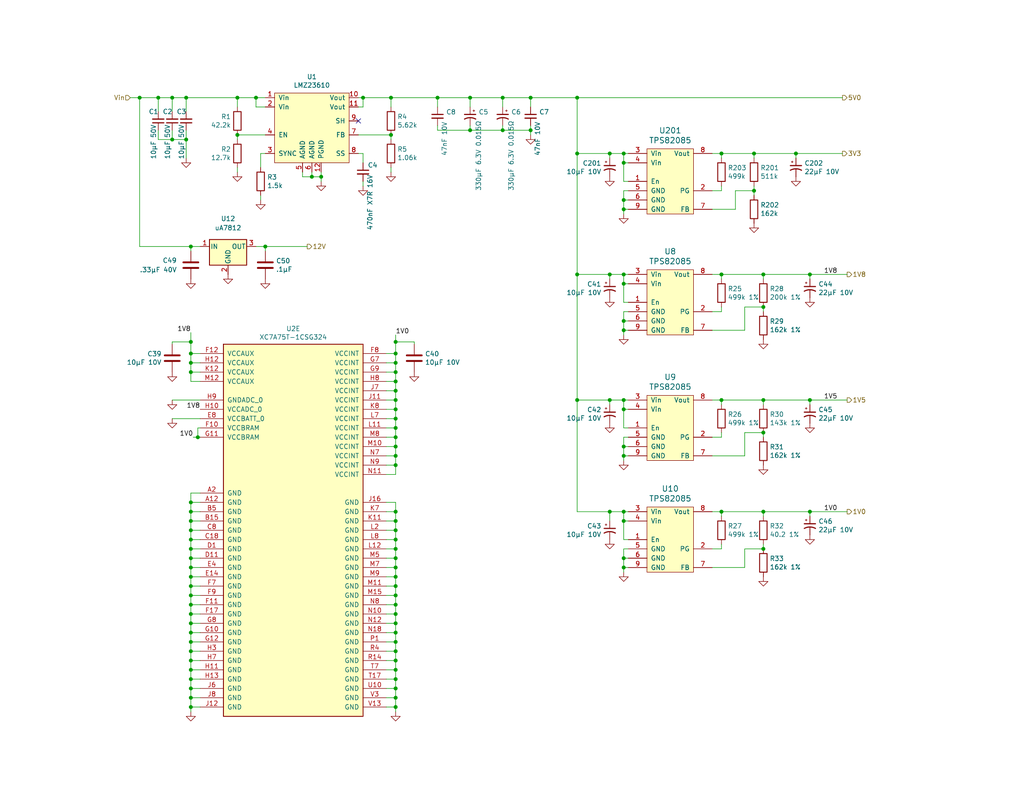
<source format=kicad_sch>
(kicad_sch (version 20211123) (generator eeschema)
  (paper "A")
  (title_block (title "Power") (date "2022-01-11") (rev "${Version}") (company "RetroComputing Reproductions") (comment 1 "Calculate R values on LMZ23610"))
  (junction (at 107.95 127))
  (junction (at 170.18 152.4))
  (junction (at 166.37 139.7))
  (junction (at 119.38 26.67))
  (junction (at 208.28 74.93))
  (junction (at 87.63 48.26))
  (junction (at 52.07 180.34))
  (junction (at 170.18 111.76))
  (junction (at 52.07 182.88))
  (junction (at 52.07 139.7))
  (junction (at 46.99 26.67))
  (junction (at 196.85 74.93))
  (junction (at 52.07 160.02))
  (junction (at 208.28 83.82))
  (junction (at 107.95 177.8))
  (junction (at 107.95 187.96))
  (junction (at 208.28 118.11))
  (junction (at 38.1 26.67))
  (junction (at 72.39 67.31))
  (junction (at 107.95 101.6))
  (junction (at 107.95 162.56))
  (junction (at 107.95 147.32))
  (junction (at 107.95 111.76))
  (junction (at 107.95 157.48))
  (junction (at 99.06 26.67))
  (junction (at 52.07 152.4))
  (junction (at 107.95 109.22))
  (junction (at 107.95 116.84))
  (junction (at 107.95 93.345))
  (junction (at 53.975 119.38))
  (junction (at 157.48 109.22))
  (junction (at 107.95 193.04))
  (junction (at 128.27 35.56))
  (junction (at 220.98 139.7))
  (junction (at 52.07 67.31))
  (junction (at 52.07 167.64))
  (junction (at 50.8 38.1))
  (junction (at 128.27 26.67))
  (junction (at 170.18 154.94))
  (junction (at 52.07 93.345))
  (junction (at 157.48 41.91))
  (junction (at 107.95 170.18))
  (junction (at 52.07 137.16))
  (junction (at 205.74 41.91))
  (junction (at 107.95 185.42))
  (junction (at 217.17 41.91))
  (junction (at 69.85 26.67))
  (junction (at 170.18 124.46))
  (junction (at 107.95 124.46))
  (junction (at 52.07 165.1))
  (junction (at 52.07 149.86))
  (junction (at 64.77 36.83))
  (junction (at 107.95 167.64))
  (junction (at 107.95 165.1))
  (junction (at 52.07 193.04))
  (junction (at 137.16 26.67))
  (junction (at 52.07 99.06))
  (junction (at 137.16 35.56))
  (junction (at 52.07 101.6))
  (junction (at 107.95 139.7))
  (junction (at 196.85 139.7))
  (junction (at 170.18 139.7))
  (junction (at 52.07 172.72))
  (junction (at 107.95 119.38))
  (junction (at 52.07 185.42))
  (junction (at 107.95 114.3))
  (junction (at 106.68 36.83))
  (junction (at 43.18 26.67))
  (junction (at 205.74 52.07))
  (junction (at 170.18 109.22))
  (junction (at 52.07 142.24))
  (junction (at 52.07 144.78))
  (junction (at 220.98 109.22))
  (junction (at 107.95 175.26))
  (junction (at 107.95 142.24))
  (junction (at 52.07 175.26))
  (junction (at 52.07 96.52))
  (junction (at 144.78 26.67))
  (junction (at 52.07 190.5))
  (junction (at 170.18 77.47))
  (junction (at 157.48 26.67))
  (junction (at 107.95 96.52))
  (junction (at 107.95 154.94))
  (junction (at 50.8 26.67))
  (junction (at 170.18 44.45))
  (junction (at 220.98 74.93))
  (junction (at 166.37 109.22))
  (junction (at 166.37 74.93))
  (junction (at 46.99 38.1))
  (junction (at 170.18 57.15))
  (junction (at 106.68 26.67))
  (junction (at 170.18 142.24))
  (junction (at 85.09 48.26))
  (junction (at 107.95 160.02))
  (junction (at 107.95 180.34))
  (junction (at 196.85 109.22))
  (junction (at 107.95 149.86))
  (junction (at 107.95 106.68))
  (junction (at 208.28 109.22))
  (junction (at 52.07 162.56))
  (junction (at 170.18 54.61))
  (junction (at 170.18 74.93))
  (junction (at 170.18 90.17))
  (junction (at 170.18 41.91))
  (junction (at 144.78 35.56))
  (junction (at 107.95 152.4))
  (junction (at 208.28 139.7))
  (junction (at 52.07 170.18))
  (junction (at 107.95 104.14))
  (junction (at 208.28 149.86))
  (junction (at 107.95 144.78))
  (junction (at 107.95 172.72))
  (junction (at 107.95 121.92))
  (junction (at 157.48 74.93))
  (junction (at 166.37 41.91))
  (junction (at 52.07 187.96))
  (junction (at 52.07 157.48))
  (junction (at 107.95 99.06))
  (junction (at 52.07 177.8))
  (junction (at 64.77 26.67))
  (junction (at 107.95 182.88))
  (junction (at 170.18 121.92))
  (junction (at 170.18 87.63))
  (junction (at 52.07 154.94))
  (junction (at 107.95 190.5))
  (junction (at 196.85 41.91))
  (junction (at 52.07 147.32))
  (no_connect (at 97.79 33.02))
  (wire (pts (xy 64.77 46.99) (xy 64.77 45.72)))
  (wire (pts (xy 105.41 137.16) (xy 107.95 137.16)))
  (wire (pts (xy 52.07 144.78) (xy 52.07 147.32)))
  (wire (pts (xy 208.28 118.11) (xy 203.2 118.11)))
  (wire (pts (xy 54.61 182.88) (xy 52.07 182.88)))
  (wire (pts (xy 38.1 26.67) (xy 43.18 26.67)))
  (wire (pts (xy 54.61 157.48) (xy 52.07 157.48)))
  (wire (pts (xy 107.95 167.64) (xy 107.95 170.18)))
  (wire (pts (xy 166.37 110.49) (xy 166.37 109.22)))
  (wire (pts (xy 105.41 121.92) (xy 107.95 121.92)))
  (wire (pts (xy 38.1 67.31) (xy 52.07 67.31)))
  (wire (pts (xy 171.45 142.24) (xy 170.18 142.24)))
  (wire (pts (xy 43.18 26.67) (xy 46.99 26.67)))
  (wire (pts (xy 54.61 119.38) (xy 53.975 119.38)))
  (wire (pts (xy 54.61 147.32) (xy 52.07 147.32)))
  (wire (pts (xy 105.41 187.96) (xy 107.95 187.96)))
  (wire (pts (xy 46.99 93.98) (xy 46.99 93.345)))
  (wire (pts (xy 194.31 57.15) (xy 200.66 57.15)))
  (wire (pts (xy 105.41 157.48) (xy 107.95 157.48)))
  (wire (pts (xy 52.07 137.16) (xy 52.07 139.7)))
  (wire (pts (xy 208.28 119.38) (xy 208.28 118.11)))
  (wire (pts (xy 170.18 41.91) (xy 171.45 41.91)))
  (wire (pts (xy 166.37 43.18) (xy 166.37 41.91)))
  (wire (pts (xy 170.18 109.22) (xy 171.45 109.22)))
  (wire (pts (xy 50.8 26.67) (xy 64.77 26.67)))
  (wire (pts (xy 171.45 57.15) (xy 170.18 57.15)))
  (wire (pts (xy 54.61 142.24) (xy 52.07 142.24)))
  (wire (pts (xy 99.06 41.91) (xy 99.06 44.45)))
  (wire (pts (xy 105.41 119.38) (xy 107.95 119.38)))
  (wire (pts (xy 107.95 127) (xy 107.95 129.54)))
  (wire (pts (xy 105.41 180.34) (xy 107.95 180.34)))
  (wire (pts (xy 52.07 162.56) (xy 52.07 165.1)))
  (wire (pts (xy 105.41 104.14) (xy 107.95 104.14)))
  (wire (pts (xy 170.18 142.24) (xy 170.18 139.7)))
  (wire (pts (xy 105.41 116.84) (xy 107.95 116.84)))
  (wire (pts (xy 52.07 142.24) (xy 52.07 144.78)))
  (wire (pts (xy 105.41 160.02) (xy 107.95 160.02)))
  (wire (pts (xy 54.61 177.8) (xy 52.07 177.8)))
  (wire (pts (xy 54.61 96.52) (xy 52.07 96.52)))
  (wire (pts (xy 157.48 139.7) (xy 166.37 139.7)))
  (wire (pts (xy 46.99 26.67) (xy 50.8 26.67)))
  (wire (pts (xy 170.18 119.38) (xy 171.45 119.38)))
  (wire (pts (xy 205.74 53.34) (xy 205.74 52.07)))
  (wire (pts (xy 170.18 91.44) (xy 170.18 90.17)))
  (wire (pts (xy 170.18 44.45) (xy 170.18 41.91)))
  (wire (pts (xy 107.95 187.96) (xy 107.95 190.5)))
  (wire (pts (xy 54.61 193.04) (xy 52.07 193.04)))
  (wire (pts (xy 208.28 109.22) (xy 220.98 109.22)))
  (wire (pts (xy 53.975 119.38) (xy 53.975 116.84)))
  (wire (pts (xy 170.18 58.42) (xy 170.18 57.15)))
  (wire (pts (xy 69.85 67.31) (xy 72.39 67.31)))
  (wire (pts (xy 107.95 144.78) (xy 107.95 147.32)))
  (wire (pts (xy 217.17 41.91) (xy 229.87 41.91)))
  (wire (pts (xy 171.45 90.17) (xy 170.18 90.17)))
  (wire (pts (xy 107.95 106.68) (xy 107.95 109.22)))
  (wire (pts (xy 105.41 127) (xy 107.95 127)))
  (wire (pts (xy 52.07 190.5) (xy 52.07 193.04)))
  (wire (pts (xy 170.18 154.94) (xy 170.18 152.4)))
  (wire (pts (xy 205.74 52.07) (xy 205.74 50.8)))
  (wire (pts (xy 208.28 149.86) (xy 203.2 149.86)))
  (wire (pts (xy 170.18 139.7) (xy 166.37 139.7)))
  (wire (pts (xy 50.8 38.1) (xy 46.99 38.1)))
  (wire (pts (xy 171.45 154.94) (xy 170.18 154.94)))
  (wire (pts (xy 208.28 140.97) (xy 208.28 139.7)))
  (wire (pts (xy 113.03 93.345) (xy 107.95 93.345)))
  (wire (pts (xy 170.18 77.47) (xy 170.18 74.93)))
  (wire (pts (xy 52.07 137.16) (xy 52.07 134.62)))
  (wire (pts (xy 54.61 99.06) (xy 52.07 99.06)))
  (wire (pts (xy 144.78 35.56) (xy 144.78 34.29)))
  (wire (pts (xy 157.48 41.91) (xy 157.48 74.93)))
  (wire (pts (xy 196.85 43.18) (xy 196.85 41.91)))
  (wire (pts (xy 170.18 139.7) (xy 171.45 139.7)))
  (wire (pts (xy 105.41 139.7) (xy 107.95 139.7)))
  (wire (pts (xy 144.78 29.21) (xy 144.78 26.67)))
  (wire (pts (xy 208.28 74.93) (xy 220.98 74.93)))
  (wire (pts (xy 52.07 165.1) (xy 52.07 167.64)))
  (wire (pts (xy 170.18 74.93) (xy 166.37 74.93)))
  (wire (pts (xy 157.48 109.22) (xy 157.48 139.7)))
  (wire (pts (xy 137.16 29.21) (xy 137.16 26.67)))
  (wire (pts (xy 54.61 160.02) (xy 52.07 160.02)))
  (wire (pts (xy 170.18 149.86) (xy 171.45 149.86)))
  (wire (pts (xy 203.2 83.82) (xy 208.28 83.82)))
  (wire (pts (xy 220.98 109.22) (xy 231.14 109.22)))
  (wire (pts (xy 52.07 193.04) (xy 52.07 194.31)))
  (wire (pts (xy 220.98 110.49) (xy 220.98 109.22)))
  (wire (pts (xy 107.95 185.42) (xy 107.95 187.96)))
  (wire (pts (xy 52.07 157.48) (xy 52.07 160.02)))
  (wire (pts (xy 52.07 187.96) (xy 52.07 190.5)))
  (wire (pts (xy 46.99 114.3) (xy 54.61 114.3)))
  (wire (pts (xy 119.38 35.56) (xy 128.27 35.56)))
  (wire (pts (xy 52.07 68.58) (xy 52.07 67.31)))
  (wire (pts (xy 170.18 109.22) (xy 166.37 109.22)))
  (wire (pts (xy 196.85 149.86) (xy 196.85 148.59)))
  (wire (pts (xy 171.45 124.46) (xy 170.18 124.46)))
  (wire (pts (xy 107.95 137.16) (xy 107.95 139.7)))
  (wire (pts (xy 105.41 149.86) (xy 107.95 149.86)))
  (wire (pts (xy 54.61 162.56) (xy 52.07 162.56)))
  (wire (pts (xy 54.61 185.42) (xy 52.07 185.42)))
  (wire (pts (xy 194.31 149.86) (xy 196.85 149.86)))
  (wire (pts (xy 203.2 149.86) (xy 203.2 154.94)))
  (wire (pts (xy 106.68 38.1) (xy 106.68 36.83)))
  (wire (pts (xy 171.45 116.84) (xy 170.18 116.84)))
  (wire (pts (xy 107.95 175.26) (xy 107.95 177.8)))
  (wire (pts (xy 170.18 124.46) (xy 170.18 121.92)))
  (wire (pts (xy 52.07 185.42) (xy 52.07 187.96)))
  (wire (pts (xy 97.79 29.21) (xy 99.06 29.21)))
  (wire (pts (xy 107.95 170.18) (xy 107.95 172.72)))
  (wire (pts (xy 54.61 190.5) (xy 52.07 190.5)))
  (wire (pts (xy 196.85 119.38) (xy 196.85 118.11)))
  (wire (pts (xy 157.48 109.22) (xy 166.37 109.22)))
  (wire (pts (xy 170.18 152.4) (xy 170.18 149.86)))
  (wire (pts (xy 107.95 149.86) (xy 107.95 152.4)))
  (wire (pts (xy 54.61 101.6) (xy 52.07 101.6)))
  (wire (pts (xy 52.07 101.6) (xy 52.07 104.14)))
  (wire (pts (xy 170.18 85.09) (xy 171.45 85.09)))
  (wire (pts (xy 46.99 30.48) (xy 46.99 26.67)))
  (wire (pts (xy 107.95 121.92) (xy 107.95 124.46)))
  (wire (pts (xy 107.95 147.32) (xy 107.95 149.86)))
  (wire (pts (xy 87.63 49.53) (xy 87.63 48.26)))
  (wire (pts (xy 99.06 50.8) (xy 99.06 49.53)))
  (wire (pts (xy 52.07 180.34) (xy 52.07 182.88)))
  (wire (pts (xy 85.09 48.26) (xy 87.63 48.26)))
  (wire (pts (xy 107.95 111.76) (xy 107.95 114.3)))
  (wire (pts (xy 97.79 26.67) (xy 99.06 26.67)))
  (wire (pts (xy 52.07 147.32) (xy 52.07 149.86)))
  (wire (pts (xy 203.2 124.46) (xy 194.31 124.46)))
  (wire (pts (xy 171.45 44.45) (xy 170.18 44.45)))
  (wire (pts (xy 107.95 182.88) (xy 107.95 185.42)))
  (wire (pts (xy 50.8 35.56) (xy 50.8 38.1)))
  (wire (pts (xy 170.18 87.63) (xy 170.18 85.09)))
  (wire (pts (xy 107.95 157.48) (xy 107.95 160.02)))
  (wire (pts (xy 105.41 144.78) (xy 107.95 144.78)))
  (wire (pts (xy 85.09 48.26) (xy 85.09 46.99)))
  (wire (pts (xy 107.95 193.04) (xy 107.95 194.31)))
  (wire (pts (xy 52.07 104.14) (xy 54.61 104.14)))
  (wire (pts (xy 166.37 142.24) (xy 166.37 139.7)))
  (wire (pts (xy 220.98 140.97) (xy 220.98 139.7)))
  (wire (pts (xy 220.98 74.93) (xy 231.14 74.93)))
  (wire (pts (xy 54.61 167.64) (xy 52.07 167.64)))
  (wire (pts (xy 107.95 165.1) (xy 107.95 167.64)))
  (wire (pts (xy 107.95 162.56) (xy 107.95 165.1)))
  (wire (pts (xy 52.07 134.62) (xy 54.61 134.62)))
  (wire (pts (xy 194.31 119.38) (xy 196.85 119.38)))
  (wire (pts (xy 54.61 172.72) (xy 52.07 172.72)))
  (wire (pts (xy 69.85 26.67) (xy 69.85 29.21)))
  (wire (pts (xy 52.07 149.86) (xy 52.07 152.4)))
  (wire (pts (xy 54.61 152.4) (xy 52.07 152.4)))
  (wire (pts (xy 46.99 35.56) (xy 46.99 38.1)))
  (wire (pts (xy 106.68 46.99) (xy 106.68 45.72)))
  (wire (pts (xy 52.07 152.4) (xy 52.07 154.94)))
  (wire (pts (xy 87.63 48.26) (xy 87.63 46.99)))
  (wire (pts (xy 52.07 93.345) (xy 52.07 96.52)))
  (wire (pts (xy 107.95 116.84) (xy 107.95 119.38)))
  (wire (pts (xy 106.68 26.67) (xy 119.38 26.67)))
  (wire (pts (xy 119.38 26.67) (xy 128.27 26.67)))
  (wire (pts (xy 54.61 149.86) (xy 52.07 149.86)))
  (wire (pts (xy 171.45 54.61) (xy 170.18 54.61)))
  (wire (pts (xy 200.66 57.15) (xy 200.66 52.07)))
  (wire (pts (xy 107.95 139.7) (xy 107.95 142.24)))
  (wire (pts (xy 217.17 43.18) (xy 217.17 41.91)))
  (wire (pts (xy 137.16 34.29) (xy 137.16 35.56)))
  (wire (pts (xy 72.39 36.83) (xy 64.77 36.83)))
  (wire (pts (xy 128.27 26.67) (xy 137.16 26.67)))
  (wire (pts (xy 99.06 26.67) (xy 106.68 26.67)))
  (wire (pts (xy 196.85 41.91) (xy 205.74 41.91)))
  (wire (pts (xy 54.61 116.84) (xy 53.975 116.84)))
  (wire (pts (xy 52.07 154.94) (xy 52.07 157.48)))
  (wire (pts (xy 43.18 38.1) (xy 43.18 35.56)))
  (wire (pts (xy 196.85 139.7) (xy 208.28 139.7)))
  (wire (pts (xy 69.85 29.21) (xy 72.39 29.21)))
  (wire (pts (xy 194.31 52.07) (xy 196.85 52.07)))
  (wire (pts (xy 52.07 182.88) (xy 52.07 185.42)))
  (wire (pts (xy 105.41 142.24) (xy 107.95 142.24)))
  (wire (pts (xy 171.45 152.4) (xy 170.18 152.4)))
  (wire (pts (xy 105.41 175.26) (xy 107.95 175.26)))
  (wire (pts (xy 107.95 142.24) (xy 107.95 144.78)))
  (wire (pts (xy 64.77 26.67) (xy 64.77 29.21)))
  (wire (pts (xy 171.45 77.47) (xy 170.18 77.47)))
  (wire (pts (xy 105.41 152.4) (xy 107.95 152.4)))
  (wire (pts (xy 54.61 165.1) (xy 52.07 165.1)))
  (wire (pts (xy 128.27 29.21) (xy 128.27 26.67)))
  (wire (pts (xy 105.41 114.3) (xy 107.95 114.3)))
  (wire (pts (xy 157.48 74.93) (xy 157.48 109.22)))
  (wire (pts (xy 107.95 177.8) (xy 107.95 180.34)))
  (wire (pts (xy 64.77 26.67) (xy 69.85 26.67)))
  (wire (pts (xy 105.41 99.06) (xy 107.95 99.06)))
  (wire (pts (xy 105.41 154.94) (xy 107.95 154.94)))
  (wire (pts (xy 144.78 35.56) (xy 137.16 35.56)))
  (wire (pts (xy 107.95 119.38) (xy 107.95 121.92)))
  (wire (pts (xy 119.38 34.29) (xy 119.38 35.56)))
  (wire (pts (xy 50.8 30.48) (xy 50.8 26.67)))
  (wire (pts (xy 107.95 99.06) (xy 107.95 101.6)))
  (wire (pts (xy 52.07 167.64) (xy 52.07 170.18)))
  (wire (pts (xy 144.78 36.83) (xy 144.78 35.56)))
  (wire (pts (xy 196.85 85.09) (xy 194.31 85.09)))
  (wire (pts (xy 43.18 30.48) (xy 43.18 26.67)))
  (wire (pts (xy 105.41 182.88) (xy 107.95 182.88)))
  (wire (pts (xy 194.31 90.17) (xy 203.2 90.17)))
  (wire (pts (xy 170.18 41.91) (xy 166.37 41.91)))
  (wire (pts (xy 97.79 41.91) (xy 99.06 41.91)))
  (wire (pts (xy 72.39 67.31) (xy 72.39 68.58)))
  (wire (pts (xy 144.78 26.67) (xy 157.48 26.67)))
  (wire (pts (xy 105.41 190.5) (xy 107.95 190.5)))
  (wire (pts (xy 82.55 48.26) (xy 85.09 48.26)))
  (wire (pts (xy 170.18 147.32) (xy 170.18 142.24)))
  (wire (pts (xy 82.55 46.99) (xy 82.55 48.26)))
  (wire (pts (xy 107.95 190.5) (xy 107.95 193.04)))
  (wire (pts (xy 196.85 74.93) (xy 196.85 76.2)))
  (wire (pts (xy 171.45 111.76) (xy 170.18 111.76)))
  (wire (pts (xy 203.2 118.11) (xy 203.2 124.46)))
  (wire (pts (xy 46.99 109.22) (xy 54.61 109.22)))
  (wire (pts (xy 170.18 116.84) (xy 170.18 111.76)))
  (wire (pts (xy 220.98 139.7) (xy 231.14 139.7)))
  (wire (pts (xy 113.03 93.98) (xy 113.03 93.345)))
  (wire (pts (xy 170.18 90.17) (xy 170.18 87.63)))
  (wire (pts (xy 196.85 109.22) (xy 196.85 110.49)))
  (wire (pts (xy 105.41 185.42) (xy 107.95 185.42)))
  (wire (pts (xy 52.705 119.38) (xy 53.975 119.38)))
  (wire (pts (xy 107.95 154.94) (xy 107.95 157.48)))
  (wire (pts (xy 105.41 129.54) (xy 107.95 129.54)))
  (wire (pts (xy 50.8 43.18) (xy 50.8 38.1)))
  (wire (pts (xy 166.37 76.2) (xy 166.37 74.93)))
  (wire (pts (xy 105.41 109.22) (xy 107.95 109.22)))
  (wire (pts (xy 105.41 193.04) (xy 107.95 193.04)))
  (wire (pts (xy 54.61 187.96) (xy 52.07 187.96)))
  (wire (pts (xy 72.39 67.31) (xy 83.82 67.31)))
  (wire (pts (xy 137.16 35.56) (xy 128.27 35.56)))
  (wire (pts (xy 194.31 139.7) (xy 196.85 139.7)))
  (wire (pts (xy 52.07 177.8) (xy 52.07 180.34)))
  (wire (pts (xy 107.95 91.44) (xy 107.95 93.345)))
  (wire (pts (xy 38.1 26.67) (xy 38.1 67.31)))
  (wire (pts (xy 105.41 106.68) (xy 107.95 106.68)))
  (wire (pts (xy 107.95 93.345) (xy 107.95 96.52)))
  (wire (pts (xy 71.12 41.91) (xy 72.39 41.91)))
  (wire (pts (xy 170.18 74.93) (xy 171.45 74.93)))
  (wire (pts (xy 196.85 109.22) (xy 208.28 109.22)))
  (wire (pts (xy 107.95 172.72) (xy 107.95 175.26)))
  (wire (pts (xy 171.45 49.53) (xy 170.18 49.53)))
  (wire (pts (xy 208.28 85.09) (xy 208.28 83.82)))
  (wire (pts (xy 52.07 96.52) (xy 52.07 99.06)))
  (wire (pts (xy 46.99 38.1) (xy 43.18 38.1)))
  (wire (pts (xy 208.28 76.2) (xy 208.28 74.93)))
  (wire (pts (xy 97.79 36.83) (xy 106.68 36.83)))
  (wire (pts (xy 170.18 111.76) (xy 170.18 109.22)))
  (wire (pts (xy 171.45 82.55) (xy 170.18 82.55)))
  (wire (pts (xy 137.16 26.67) (xy 144.78 26.67)))
  (wire (pts (xy 157.48 41.91) (xy 166.37 41.91)))
  (wire (pts (xy 71.12 45.72) (xy 71.12 41.91)))
  (wire (pts (xy 52.07 172.72) (xy 52.07 175.26)))
  (wire (pts (xy 203.2 90.17) (xy 203.2 83.82)))
  (wire (pts (xy 170.18 54.61) (xy 170.18 52.07)))
  (wire (pts (xy 208.28 149.86) (xy 208.28 148.59)))
  (wire (pts (xy 105.41 96.52) (xy 107.95 96.52)))
  (wire (pts (xy 107.95 101.6) (xy 107.95 104.14)))
  (wire (pts (xy 194.31 109.22) (xy 196.85 109.22)))
  (wire (pts (xy 170.18 52.07) (xy 171.45 52.07)))
  (wire (pts (xy 105.41 167.64) (xy 107.95 167.64)))
  (wire (pts (xy 170.18 156.21) (xy 170.18 154.94)))
  (wire (pts (xy 170.18 121.92) (xy 170.18 119.38)))
  (wire (pts (xy 196.85 52.07) (xy 196.85 50.8)))
  (wire (pts (xy 54.61 137.16) (xy 52.07 137.16)))
  (wire (pts (xy 107.95 160.02) (xy 107.95 162.56)))
  (wire (pts (xy 208.28 110.49) (xy 208.28 109.22)))
  (wire (pts (xy 194.31 41.91) (xy 196.85 41.91)))
  (wire (pts (xy 54.61 175.26) (xy 52.07 175.26)))
  (wire (pts (xy 69.85 26.67) (xy 72.39 26.67)))
  (wire (pts (xy 105.41 177.8) (xy 107.95 177.8)))
  (wire (pts (xy 46.99 93.345) (xy 52.07 93.345)))
  (wire (pts (xy 54.61 154.94) (xy 52.07 154.94)))
  (wire (pts (xy 200.66 52.07) (xy 205.74 52.07)))
  (wire (pts (xy 157.48 74.93) (xy 166.37 74.93)))
  (wire (pts (xy 105.41 165.1) (xy 107.95 165.1)))
  (wire (pts (xy 99.06 29.21) (xy 99.06 26.67)))
  (wire (pts (xy 205.74 41.91) (xy 217.17 41.91)))
  (wire (pts (xy 171.45 87.63) (xy 170.18 87.63)))
  (wire (pts (xy 208.28 139.7) (xy 220.98 139.7)))
  (wire (pts (xy 54.61 139.7) (xy 52.07 139.7)))
  (wire (pts (xy 64.77 36.83) (xy 64.77 38.1)))
  (wire (pts (xy 107.95 96.52) (xy 107.95 99.06)))
  (wire (pts (xy 196.85 139.7) (xy 196.85 140.97)))
  (wire (pts (xy 157.48 26.67) (xy 157.48 41.91)))
  (wire (pts (xy 194.31 74.93) (xy 196.85 74.93)))
  (wire (pts (xy 54.61 180.34) (xy 52.07 180.34)))
  (wire (pts (xy 203.2 154.94) (xy 194.31 154.94)))
  (wire (pts (xy 170.18 125.73) (xy 170.18 124.46)))
  (wire (pts (xy 35.56 26.67) (xy 38.1 26.67)))
  (wire (pts (xy 196.85 74.93) (xy 208.28 74.93)))
  (wire (pts (xy 52.07 90.805) (xy 52.07 93.345)))
  (wire (pts (xy 107.95 180.34) (xy 107.95 182.88)))
  (wire (pts (xy 128.27 35.56) (xy 128.27 34.29)))
  (wire (pts (xy 170.18 49.53) (xy 170.18 44.45)))
  (wire (pts (xy 105.41 101.6) (xy 107.95 101.6)))
  (wire (pts (xy 105.41 162.56) (xy 107.95 162.56)))
  (wire (pts (xy 119.38 29.21) (xy 119.38 26.67)))
  (wire (pts (xy 105.41 147.32) (xy 107.95 147.32)))
  (wire (pts (xy 171.45 147.32) (xy 170.18 147.32)))
  (wire (pts (xy 107.95 114.3) (xy 107.95 116.84)))
  (wire (pts (xy 171.45 121.92) (xy 170.18 121.92)))
  (wire (pts (xy 52.07 99.06) (xy 52.07 101.6)))
  (wire (pts (xy 105.41 172.72) (xy 107.95 172.72)))
  (wire (pts (xy 52.07 175.26) (xy 52.07 177.8)))
  (wire (pts (xy 107.95 104.14) (xy 107.95 106.68)))
  (wire (pts (xy 52.07 67.31) (xy 54.61 67.31)))
  (wire (pts (xy 52.07 139.7) (xy 52.07 142.24)))
  (wire (pts (xy 107.95 124.46) (xy 107.95 127)))
  (wire (pts (xy 52.07 170.18) (xy 52.07 172.72)))
  (wire (pts (xy 106.68 29.21) (xy 106.68 26.67)))
  (wire (pts (xy 105.41 111.76) (xy 107.95 111.76)))
  (wire (pts (xy 170.18 57.15) (xy 170.18 54.61)))
  (wire (pts (xy 105.41 170.18) (xy 107.95 170.18)))
  (wire (pts (xy 71.12 54.61) (xy 71.12 53.34)))
  (wire (pts (xy 196.85 83.82) (xy 196.85 85.09)))
  (wire (pts (xy 54.61 170.18) (xy 52.07 170.18)))
  (wire (pts (xy 52.07 160.02) (xy 52.07 162.56)))
  (wire (pts (xy 107.95 152.4) (xy 107.95 154.94)))
  (wire (pts (xy 220.98 76.2) (xy 220.98 74.93)))
  (wire (pts (xy 54.61 144.78) (xy 52.07 144.78)))
  (wire (pts (xy 157.48 26.67) (xy 229.87 26.67)))
  (wire (pts (xy 170.18 82.55) (xy 170.18 77.47)))
  (wire (pts (xy 205.74 43.18) (xy 205.74 41.91)))
  (wire (pts (xy 105.41 124.46) (xy 107.95 124.46)))
  (wire (pts (xy 107.95 109.22) (xy 107.95 111.76)))
  (label "1V8" (at 52.07 90.805 180))
  (label "1V0" (at 52.705 119.38 180))
  (label "1V8" (at 54.61 111.76 180))
  (label "1V8" (at 224.79 74.93 0))
  (label "1V5" (at 224.79 109.22 0))
  (label "1V0" (at 107.95 91.44 0))
  (label "1V0" (at 224.79 139.7 0))
  (hierarchical_label "Vin" (shape input) (at 35.56 26.67 180))
  (hierarchical_label "1V8" (shape output) (at 231.14 74.93 0))
  (hierarchical_label "12V" (shape output) (at 83.82 67.31 0))
  (hierarchical_label "1V0" (shape output) (at 231.14 139.7 0))
  (hierarchical_label "3V3" (shape output) (at 229.87 41.91 0))
  (hierarchical_label "1V5" (shape output) (at 231.14 109.22 0))
  (hierarchical_label "5V0" (shape output) (at 229.87 26.67 0))
  (symbol (lib_id "myLib:LMZ23610") (at 85.09 29.21 0) (unit 1)
    (property "Reference" "U1" (at 85.09 20.955 0))
    (property "Value" "LMZ23610" (at 85.09 23.2664 0))
    (property "Footprint" "Package_TO_SOT_SMD:Texas_NDY0011A" (effects hide))
    (property "Datasheet" "https://www.ti.com/general/docs/suppproductinfo.tsp?distId=10&gotoUrl=https%3A%2F%2Fwww.ti.com%2Flit%2Fgpn%2Flmz23610" (effects hide))
    (property "manf#" "LMZ23610" (effects hide))
  )
  (symbol (lib_id "Device:R") (at 71.12 49.53 0) (unit 1)
    (property "Reference" "R3" (at 72.898 48.3616 0) (effects (justify left)))
    (property "Value" "1.5k" (at 72.898 50.673 0) (effects (justify left)))
    (property "Footprint" "Resistor_SMD:R_0805_2012Metric" (effects hide))
  )
  (symbol (lib_id "power:GND") (at 50.8 43.18 0) (unit 1)
    (property "Reference" "#PWR0208" (effects hide))
    (property "Value" "GND" (effects hide))
  )
  (symbol (lib_id "power:GND") (at 71.12 54.61 0) (unit 1)
    (property "Reference" "#PWR0209" (effects hide))
    (property "Value" "GND" (effects hide))
  )
  (symbol (lib_id "power:GND") (at 87.63 49.53 0) (unit 1)
    (property "Reference" "#PWR0210" (effects hide))
    (property "Value" "GND" (effects hide))
  )
  (symbol (lib_id "power:GND") (at 99.06 50.8 0) (unit 1)
    (property "Reference" "#PWR0211" (effects hide))
    (property "Value" "GND" (effects hide))
  )
  (symbol (lib_id "Device:C_Small") (at 43.18 33.02 180) (unit 1)
    (property "Reference" "C1" (at 41.91 30.48 0))
    (property "Value" "10µF 50V" (at 41.91 38.735 90))
    (property "Footprint" "Capacitor_SMD:C_1210_3225Metric" (effects hide))
  )
  (symbol (lib_id "Device:CP1_Small") (at 137.16 31.75 0) (mirror y) (unit 1)
    (property "Reference" "C6" (at 139.4714 30.5816 0) (effects (justify right)))
    (property "Value" "330µF 6.3V 0.015Ω" (at 139.4714 32.893 90) (effects (justify right)))
    (property "Footprint" "Capacitor_Tantalum_SMD:CP_EIA-7343-31_Kemet-D" (effects hide))
  )
  (symbol (lib_id "Device:CP1_Small") (at 128.27 31.75 0) (mirror y) (unit 1)
    (property "Reference" "C5" (at 130.5814 30.5816 0) (effects (justify right)))
    (property "Value" "330µF 6.3V 0.015Ω" (at 130.5814 32.893 90) (effects (justify right)))
    (property "Footprint" "Capacitor_Tantalum_SMD:CP_EIA-7343-31_Kemet-D" (effects hide))
  )
  (symbol (lib_id "Device:C_Small") (at 144.78 31.75 0) (unit 1)
    (property "Reference" "C7" (at 147.1168 30.5816 0) (effects (justify left)))
    (property "Value" "47nF 10V" (at 146.685 42.545 90) (effects (justify left)))
    (property "Footprint" "Capacitor_SMD:C_1206_3216Metric" (effects hide))
  )
  (symbol (lib_id "Device:C_Small") (at 46.99 33.02 180) (unit 1)
    (property "Reference" "C2" (at 45.72 30.48 0))
    (property "Value" "10µF 50V" (at 45.72 38.735 90))
    (property "Footprint" "Capacitor_SMD:C_1210_3225Metric" (effects hide))
  )
  (symbol (lib_id "Device:C_Small") (at 50.8 33.02 180) (unit 1)
    (property "Reference" "C3" (at 49.53 30.48 0))
    (property "Value" "10µF 50V" (at 49.53 38.735 90))
    (property "Footprint" "Capacitor_SMD:C_1210_3225Metric" (effects hide))
  )
  (symbol (lib_id "power:GND") (at 144.78 36.83 0) (unit 1)
    (property "Reference" "#PWR0212" (effects hide))
    (property "Value" "GND" (effects hide))
  )
  (symbol (lib_id "Device:R") (at 106.68 33.02 0) (unit 1)
    (property "Reference" "R4" (at 108.4072 31.8516 0) (effects (justify left)))
    (property "Value" "5.62k" (at 108.4072 34.163 0) (effects (justify left)))
    (property "Footprint" "Resistor_SMD:R_0805_2012Metric" (effects hide))
  )
  (symbol (lib_id "Device:R") (at 106.68 41.91 0) (unit 1)
    (property "Reference" "R5" (at 108.4072 40.7416 0) (effects (justify left)))
    (property "Value" "1.06k" (at 108.4072 43.053 0) (effects (justify left)))
    (property "Footprint" "Resistor_SMD:R_0805_2012Metric" (effects hide))
  )
  (symbol (lib_id "Device:C_Small") (at 99.06 46.99 0) (unit 1)
    (property "Reference" "C4" (at 100.33 45.085 0) (effects (justify left)))
    (property "Value" "470nF X7R 16V" (at 100.965 62.865 90) (effects (justify left)))
    (property "Footprint" "Capacitor_SMD:C_0805_2012Metric" (effects hide))
  )
  (symbol (lib_id "power:GND") (at 106.68 46.99 0) (unit 1)
    (property "Reference" "#PWR0213" (effects hide))
    (property "Value" "GND" (effects hide))
  )
  (symbol (lib_id "Device:R") (at 64.77 33.02 0) (unit 1)
    (property "Reference" "R1" (at 63.0174 31.8516 0) (effects (justify right)))
    (property "Value" "42.2k" (at 63.0174 34.163 0) (effects (justify right)))
    (property "Footprint" "Resistor_SMD:R_0805_2012Metric" (effects hide))
  )
  (symbol (lib_id "Device:R") (at 64.77 41.91 0) (unit 1)
    (property "Reference" "R2" (at 63.0174 40.7416 0) (effects (justify right)))
    (property "Value" "12.7k" (at 63.0174 43.053 0) (effects (justify right)))
    (property "Footprint" "Resistor_SMD:R_0805_2012Metric" (effects hide))
  )
  (symbol (lib_id "power:GND") (at 64.77 46.99 0) (unit 1)
    (property "Reference" "#PWR0214" (effects hide))
    (property "Value" "GND" (effects hide))
  )
  (symbol (lib_id "Device:C_Small") (at 119.38 31.75 0) (unit 1)
    (property "Reference" "C8" (at 121.7168 30.5816 0) (effects (justify left)))
    (property "Value" "47nF 10V" (at 121.285 42.545 90) (effects (justify left)))
    (property "Footprint" "Capacitor_SMD:C_1206_3216Metric" (effects hide))
  )
  (symbol (lib_id "power:GND") (at 220.98 115.57 0) (unit 1)
    (property "Reference" "#PWR0220" (effects hide))
    (property "Value" "GND" (effects hide))
  )
  (symbol (lib_id "myLib:TPS82085") (at 181.61 144.78 0) (unit 1)
    (property "Reference" "U10" (at 182.88 133.4262 0) (effects (font (size 1.524 1.524))))
    (property "Value" "TPS82085" (at 182.88 136.1186 0) (effects (font (size 1.524 1.524))))
    (property "Footprint" "Package_LGA:Texas_SIL0008D_MicroSiP-8-1EP_2.8x3mm_P0.65mm_EP1.1x1.9mm_ThermalVias" (effects hide))
    (property "Datasheet" "http://www.ti.com/lit/ds/symlink/tps82085.pdf" (effects hide))
    (property "manf#" "TPS82085SILT" (effects hide))
    (property "Description" "Switching Regulstor" (effects hide))
    (property "Manu" "TI" (effects hide))
    (property "type" "SMD" (effects hide))
  )
  (symbol (lib_id "Device:R") (at 208.28 123.19 0) (unit 1)
    (property "Reference" "R31" (at 210.0072 122.0216 0) (effects (justify left)))
    (property "Value" "162k 1%" (at 210.0072 124.333 0) (effects (justify left)))
    (property "Footprint" "Resistor_SMD:R_0603_1608Metric" (effects hide))
    (property "type" "SMD" (effects hide))
    (property "Description" "Res 162k 1% 0603" (effects hide))
  )
  (symbol (lib_id "Device:C_Polarized_Small_US") (at 220.98 143.51 0) (unit 1)
    (property "Reference" "C46" (at 223.2914 142.3416 0) (effects (justify left)))
    (property "Value" "22µF 10V" (at 223.2914 144.653 0) (effects (justify left)))
    (property "Footprint" "Capacitor_SMD:C_0603_1608Metric" (effects hide))
    (property "Description" "Cap 22uF 10V 0603" (effects hide))
    (property "type" "SMD" (effects hide))
  )
  (symbol (lib_id "power:GND") (at 208.28 92.71 0) (unit 1)
    (property "Reference" "#PWR0229" (effects hide))
    (property "Value" "GND" (effects hide))
  )
  (symbol (lib_id "Device:C") (at 52.07 72.39 0) (unit 1)
    (property "Reference" "C49" (at 48.26 71.1199 0) (effects (justify right)))
    (property "Value" ".33µF 40V" (at 48.26 73.6599 0) (effects (justify right)))
    (property "Footprint" "Capacitor_SMD:C_0603_1608Metric" (effects hide))
    (property "Description" "Cap 10uF 10V 0603" (effects hide))
    (property "type" "SMD" (effects hide))
  )
  (symbol (lib_id "power:GND") (at 208.28 127 0) (unit 1)
    (property "Reference" "#PWR0219" (effects hide))
    (property "Value" "GND" (effects hide))
  )
  (symbol (lib_id "Device:C") (at 46.99 97.79 0) (unit 1)
    (property "Reference" "C39" (at 44.0944 96.6216 0) (effects (justify right)))
    (property "Value" "10µF 10V" (at 44.0944 98.933 0) (effects (justify right)))
    (property "Footprint" "Capacitor_SMD:C_0603_1608Metric" (effects hide))
    (property "Description" "Cap 10uF 10V 0603" (effects hide))
    (property "type" "SMD" (effects hide))
  )
  (symbol (lib_id "myLib:TPS82085") (at 181.61 80.01 0) (unit 1)
    (property "Reference" "U8" (at 182.88 68.6562 0) (effects (font (size 1.524 1.524))))
    (property "Value" "TPS82085" (at 182.88 71.3486 0) (effects (font (size 1.524 1.524))))
    (property "Footprint" "Package_LGA:Texas_SIL0008D_MicroSiP-8-1EP_2.8x3mm_P0.65mm_EP1.1x1.9mm_ThermalVias" (effects hide))
    (property "Datasheet" "http://www.ti.com/lit/ds/symlink/tps82085.pdf" (effects hide))
    (property "manf#" "TPS82085SILT" (effects hide))
    (property "Description" "Switching Regulstor" (effects hide))
    (property "Manu" "TI" (effects hide))
    (property "type" "SMD" (effects hide))
  )
  (symbol (lib_id "power:GND") (at 46.99 101.6 0) (unit 1)
    (property "Reference" "#PWR0226" (effects hide))
    (property "Value" "GND" (effects hide))
  )
  (symbol (lib_id "power:GND") (at 166.37 147.32 0) (unit 1)
    (property "Reference" "#PWR0217" (effects hide))
    (property "Value" "GND" (effects hide))
  )
  (symbol (lib_id "myLib:TPS82085") (at 181.61 114.3 0) (unit 1)
    (property "Reference" "U9" (at 182.88 102.9462 0) (effects (font (size 1.524 1.524))))
    (property "Value" "TPS82085" (at 182.88 105.6386 0) (effects (font (size 1.524 1.524))))
    (property "Footprint" "Package_LGA:Texas_SIL0008D_MicroSiP-8-1EP_2.8x3mm_P0.65mm_EP1.1x1.9mm_ThermalVias" (effects hide))
    (property "Datasheet" "http://www.ti.com/lit/ds/symlink/tps82085.pdf" (effects hide))
    (property "manf#" "TPS82085SILT" (effects hide))
    (property "Description" "Switching Regulstor" (effects hide))
    (property "Manu" "TI" (effects hide))
    (property "type" "SMD" (effects hide))
  )
  (symbol (lib_id "power:GND") (at 220.98 81.28 0) (unit 1)
    (property "Reference" "#PWR0228" (effects hide))
    (property "Value" "GND" (effects hide))
  )
  (symbol (lib_id "Device:C_Polarized_Small_US") (at 166.37 78.74 0) (unit 1)
    (property "Reference" "C41" (at 164.084 77.5716 0) (effects (justify right)))
    (property "Value" "10µF 10V" (at 164.084 79.883 0) (effects (justify right)))
    (property "Footprint" "Capacitor_SMD:C_0603_1608Metric" (effects hide))
    (property "Description" "Cap 10uF 10V 0603" (effects hide))
    (property "type" "SMD" (effects hide))
  )
  (symbol (lib_id "Device:C") (at 113.03 97.79 0) (unit 1)
    (property "Reference" "C40" (at 115.951 96.6216 0) (effects (justify left)))
    (property "Value" "10µF 10V" (at 115.951 98.933 0) (effects (justify left)))
    (property "Footprint" "Capacitor_SMD:C_0603_1608Metric" (effects hide))
    (property "Description" "Cap 10uF 10V 0603" (effects hide))
    (property "type" "SMD" (effects hide))
  )
  (symbol (lib_id "power:GND") (at 107.95 194.31 0) (unit 1)
    (property "Reference" "#PWR0215" (effects hide))
    (property "Value" "GND" (effects hide))
  )
  (symbol (lib_id "Device:C_Polarized_Small_US") (at 166.37 113.03 0) (unit 1)
    (property "Reference" "C42" (at 164.084 111.8616 0) (effects (justify right)))
    (property "Value" "10µF 10V" (at 164.084 114.173 0) (effects (justify right)))
    (property "Footprint" "Capacitor_SMD:C_0603_1608Metric" (effects hide))
    (property "Description" "Cap 10uF 10V 0603" (effects hide))
    (property "type" "SMD" (effects hide))
  )
  (symbol (lib_id "power:GND") (at 205.74 60.96 0) (unit 1)
    (property "Reference" "#PWR0106" (effects hide))
    (property "Value" "GND" (effects hide))
  )
  (symbol (lib_id "Device:R") (at 205.74 57.15 0) (unit 1)
    (property "Reference" "R202" (at 207.4672 55.9816 0) (effects (justify left)))
    (property "Value" "162k" (at 207.4672 58.293 0) (effects (justify left)))
    (property "Footprint" "Resistor_SMD:R_0603_1608Metric" (effects hide))
  )
  (symbol (lib_id "Device:R") (at 196.85 114.3 0) (unit 1)
    (property "Reference" "R26" (at 198.5772 113.1316 0) (effects (justify left)))
    (property "Value" "499k 1%" (at 198.5772 115.443 0) (effects (justify left)))
    (property "Footprint" "Resistor_SMD:R_0603_1608Metric" (effects hide))
    (property "type" "SMD" (effects hide))
    (property "Description" "Res 499k 1% 0603" (effects hide))
  )
  (symbol (lib_id "Device:R") (at 208.28 88.9 0) (unit 1)
    (property "Reference" "R29" (at 210.0072 87.7316 0) (effects (justify left)))
    (property "Value" "162k 1%" (at 210.0072 90.043 0) (effects (justify left)))
    (property "Footprint" "Resistor_SMD:R_0603_1608Metric" (effects hide))
    (property "type" "SMD" (effects hide))
    (property "Description" "Res 162k 1% 0603" (effects hide))
  )
  (symbol (lib_id "Regulator_Linear:uA7812") (at 62.23 67.31 0) (unit 1)
    (property "Reference" "U12" (at 62.23 59.69 0))
    (property "Value" "uA7812" (at 62.23 62.23 0))
    (property "Footprint" "Package_TO_SOT_SMD:TO-263-3_TabPin2" (effects hide))
    (property "Datasheet" "http://www.ti.com/lit/ds/symlink/ua78.pdf" (effects hide))
  )
  (symbol (lib_id "power:GND") (at 170.18 125.73 0) (unit 1)
    (property "Reference" "#PWR0221" (effects hide))
    (property "Value" "GND" (effects hide))
  )
  (symbol (lib_id "power:GND") (at 166.37 81.28 0) (unit 1)
    (property "Reference" "#PWR0231" (effects hide))
    (property "Value" "GND" (effects hide))
  )
  (symbol (lib_id "Device:C_Polarized_Small_US") (at 220.98 78.74 0) (unit 1)
    (property "Reference" "C44" (at 223.2914 77.5716 0) (effects (justify left)))
    (property "Value" "22µF 10V" (at 223.2914 79.883 0) (effects (justify left)))
    (property "Footprint" "Capacitor_SMD:C_0603_1608Metric" (effects hide))
    (property "Description" "Cap 22uF 10V 0603" (effects hide))
    (property "type" "SMD" (effects hide))
  )
  (symbol (lib_id "power:GND") (at 46.99 114.3 0) (mirror y) (unit 1)
    (property "Reference" "#PWR0227" (effects hide))
    (property "Value" "GND" (effects hide))
  )
  (symbol (lib_id "Device:R") (at 208.28 153.67 0) (unit 1)
    (property "Reference" "R33" (at 210.0072 152.5016 0) (effects (justify left)))
    (property "Value" "162k 1%" (at 210.0072 154.813 0) (effects (justify left)))
    (property "Footprint" "Resistor_SMD:R_0603_1608Metric" (effects hide))
    (property "type" "SMD" (effects hide))
    (property "Description" "Res 162k 1% 0603" (effects hide))
  )
  (symbol (lib_id "power:GND") (at 46.99 109.22 0) (mirror y) (unit 1)
    (property "Reference" "#PWR0225" (effects hide))
    (property "Value" "GND" (effects hide))
  )
  (symbol (lib_id "power:GND") (at 170.18 156.21 0) (unit 1)
    (property "Reference" "#PWR0218" (effects hide))
    (property "Value" "GND" (effects hide))
  )
  (symbol (lib_id "Device:R") (at 208.28 80.01 0) (unit 1)
    (property "Reference" "R28" (at 210.0072 78.8416 0) (effects (justify left)))
    (property "Value" "200k 1%" (at 210.0072 81.153 0) (effects (justify left)))
    (property "Footprint" "Resistor_SMD:R_0603_1608Metric" (effects hide))
    (property "type" "SMD" (effects hide))
    (property "Description" "Res 200k 1% 0603" (effects hide))
  )
  (symbol (lib_id "Device:R") (at 196.85 80.01 0) (unit 1)
    (property "Reference" "R25" (at 198.5772 78.8416 0) (effects (justify left)))
    (property "Value" "499k 1%" (at 198.5772 81.153 0) (effects (justify left)))
    (property "Footprint" "Resistor_SMD:R_0603_1608Metric" (effects hide))
    (property "type" "SMD" (effects hide))
    (property "Description" "Res 499k 1% 0603" (effects hide))
  )
  (symbol (lib_id "power:GND") (at 220.98 146.05 0) (unit 1)
    (property "Reference" "#PWR0223" (effects hide))
    (property "Value" "GND" (effects hide))
  )
  (symbol (lib_id "Device:R") (at 196.85 144.78 0) (unit 1)
    (property "Reference" "R27" (at 198.5772 143.6116 0) (effects (justify left)))
    (property "Value" "499k 1%" (at 198.5772 145.923 0) (effects (justify left)))
    (property "Footprint" "Resistor_SMD:R_0603_1608Metric" (effects hide))
    (property "type" "SMD" (effects hide))
    (property "Description" "Res 499k 1% 0603" (effects hide))
  )
  (symbol (lib_id "power:GND") (at 166.37 48.26 0) (unit 1)
    (property "Reference" "#PWR0109" (effects hide))
    (property "Value" "GND" (effects hide))
  )
  (symbol (lib_id "power:GND") (at 52.07 76.2 0) (unit 1)
    (property "Reference" "#PWR0115" (effects hide))
    (property "Value" "GND" (effects hide))
  )
  (symbol (lib_id "power:GND") (at 166.37 115.57 0) (unit 1)
    (property "Reference" "#PWR0222" (effects hide))
    (property "Value" "GND" (effects hide))
  )
  (symbol (lib_id "Device:R") (at 208.28 114.3 0) (unit 1)
    (property "Reference" "R30" (at 210.0072 113.1316 0) (effects (justify left)))
    (property "Value" "143k 1%" (at 210.0072 115.443 0) (effects (justify left)))
    (property "Footprint" "Resistor_SMD:R_0603_1608Metric" (effects hide))
    (property "type" "SMD" (effects hide))
    (property "Description" "Res 143k 1% 0603" (effects hide))
  )
  (symbol (lib_id "Device:C_Polarized_Small_US") (at 220.98 113.03 0) (unit 1)
    (property "Reference" "C45" (at 223.2914 111.8616 0) (effects (justify left)))
    (property "Value" "22µF 10V" (at 223.2914 114.173 0) (effects (justify left)))
    (property "Footprint" "Capacitor_SMD:C_0603_1608Metric" (effects hide))
    (property "Description" "Cap 22uF 10V 0603" (effects hide))
    (property "type" "SMD" (effects hide))
  )
  (symbol (lib_id "Device:R") (at 205.74 46.99 0) (unit 1)
    (property "Reference" "R201" (at 207.4672 45.8216 0) (effects (justify left)))
    (property "Value" "511k" (at 207.4672 48.133 0) (effects (justify left)))
    (property "Footprint" "Resistor_SMD:R_0603_1608Metric" (effects hide))
  )
  (symbol (lib_id "FPGA_Xilinx_Artix7:XC7A75T-CSG324") (at 80.01 144.78 0) (unit 5)
    (property "Reference" "U2" (at 80.01 89.7382 0))
    (property "Value" "XC7A75T-1CSG324" (at 80.01 92.0496 0))
    (property "Footprint" "Package_BGA:Xilinx_CSG324" (effects hide))
    (property "manf#" "XC7A75T-1CSG324C" (effects hide))
    (property "Manu" "Xilinx" (effects hide))
    (property "Description" "Xilinx Artix-7 FPGA" (effects hide))
    (property "type" "SMD" (effects hide))
  )
  (symbol (lib_id "Device:CP1_Small") (at 217.17 45.72 0) (unit 1)
    (property "Reference" "C202" (at 219.4814 44.5516 0) (effects (justify left)))
    (property "Value" "22µF 10V" (at 219.4814 46.863 0) (effects (justify left)))
    (property "Footprint" "Capacitor_SMD:C_0603_1608Metric" (effects hide))
  )
  (symbol (lib_id "power:GND") (at 170.18 58.42 0) (unit 1)
    (property "Reference" "#PWR0108" (effects hide))
    (property "Value" "GND" (effects hide))
  )
  (symbol (lib_id "power:GND") (at 217.17 48.26 0) (unit 1)
    (property "Reference" "#PWR0107" (effects hide))
    (property "Value" "GND" (effects hide))
  )
  (symbol (lib_id "power:GND") (at 170.18 91.44 0) (unit 1)
    (property "Reference" "#PWR0230" (effects hide))
    (property "Value" "GND" (effects hide))
  )
  (symbol (lib_id "power:GND") (at 52.07 194.31 0) (mirror y) (unit 1)
    (property "Reference" "#PWR0216" (effects hide))
    (property "Value" "GND" (effects hide))
  )
  (symbol (lib_id "power:GND") (at 72.39 76.2 0) (unit 1)
    (property "Reference" "#PWR0111" (effects hide))
    (property "Value" "GND" (effects hide))
  )
  (symbol (lib_id "Device:C") (at 72.39 72.39 0) (unit 1)
    (property "Reference" "C50" (at 75.311 71.2216 0) (effects (justify left)))
    (property "Value" ".1µF" (at 75.311 73.533 0) (effects (justify left)))
    (property "Footprint" "Capacitor_SMD:C_0603_1608Metric" (effects hide))
    (property "Description" "Cap 10uF 10V 0603" (effects hide))
    (property "type" "SMD" (effects hide))
  )
  (symbol (lib_id "Device:C_Polarized_Small_US") (at 166.37 144.78 0) (unit 1)
    (property "Reference" "C43" (at 164.084 143.6116 0) (effects (justify right)))
    (property "Value" "10µF 10V" (at 164.084 145.923 0) (effects (justify right)))
    (property "Footprint" "Capacitor_SMD:C_0603_1608Metric" (effects hide))
    (property "Description" "Cap 10uF 10V 0603" (effects hide))
    (property "type" "SMD" (effects hide))
  )
  (symbol (lib_id "Device:R") (at 196.85 46.99 0) (unit 1)
    (property "Reference" "R203" (at 198.5772 45.8216 0) (effects (justify left)))
    (property "Value" "499k" (at 198.5772 48.133 0) (effects (justify left)))
    (property "Footprint" "Resistor_SMD:R_0603_1608Metric" (effects hide))
  )
  (symbol (lib_id "Device:CP1_Small") (at 166.37 45.72 0) (unit 1)
    (property "Reference" "C201" (at 164.084 44.5516 0) (effects (justify right)))
    (property "Value" "10µF 10V" (at 164.084 46.863 0) (effects (justify right)))
    (property "Footprint" "Capacitor_SMD:C_0603_1608Metric" (effects hide))
  )
  (symbol (lib_id "power:GND") (at 113.03 101.6 0) (unit 1)
    (property "Reference" "#PWR0232" (effects hide))
    (property "Value" "GND" (effects hide))
  )
  (symbol (lib_id "power:GND") (at 62.23 74.93 0) (unit 1)
    (property "Reference" "#PWR0110" (effects hide))
    (property "Value" "GND" (effects hide))
  )
  (symbol (lib_id "power:GND") (at 208.28 157.48 0) (unit 1)
    (property "Reference" "#PWR0224" (effects hide))
    (property "Value" "GND" (effects hide))
  )
  (symbol (lib_id "Device:R") (at 208.28 144.78 0) (unit 1)
    (property "Reference" "R32" (at 210.0072 143.6116 0) (effects (justify left)))
    (property "Value" "40.2 1%" (at 210.0072 145.923 0) (effects (justify left)))
    (property "Footprint" "Resistor_SMD:R_0603_1608Metric" (effects hide))
    (property "type" "SMD" (effects hide))
    (property "Description" "Res 40.2 1% 0603" (effects hide))
  )
  (symbol (lib_id "myLib:TPS82085") (at 181.61 46.99 0) (unit 1)
    (property "Reference" "U201" (at 182.88 35.6362 0) (effects (font (size 1.524 1.524))))
    (property "Value" "TPS82085" (at 182.88 38.3286 0) (effects (font (size 1.524 1.524))))
    (property "Footprint" "Package_LGA:Texas_SIL0008D_MicroSiP-8-1EP_2.8x3mm_P0.65mm_EP1.1x1.9mm_ThermalVias" (effects hide))
    (property "Datasheet" "http://www.ti.com/lit/ds/symlink/tps82085.pdf" (effects hide))
    (property "manf#" "TPS82085" (effects hide))
  )
)
</source>
